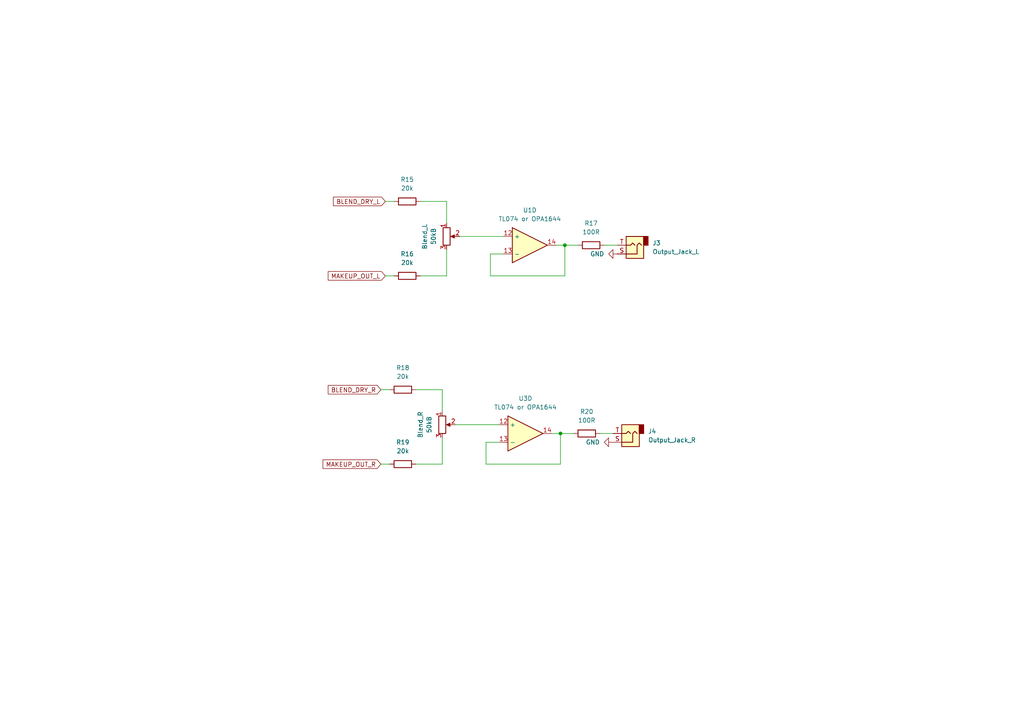
<source format=kicad_sch>
(kicad_sch (version 20250114) (generator "eeschema") (generator_version "9.0")
  (paper "A4")
  (lib_symbols
    (symbol "Connector_Audio:AudioJack2"
      (property "Reference" "J" (at 0 8.89 0))
      (property "Value" "AudioJack2" (at 0 6.35 0))
      (symbol "AudioJack2_0_1"
        (rectangle (start -3.81 0) (end -2.54 -2.54) (stroke (width 0.254)) (fill (type outline)))
        (rectangle (start -2.54 3.81) (end 2.54 -2.54) (stroke (width 0.254)) (fill (type background)))
        (polyline (pts (xy 0 0) (xy 0.635 -0.635) (xy 1.27 0) (xy 2.54 0)) (stroke (width 0.254)))
        (polyline (pts (xy 2.54 2.54) (xy -0.635 2.54) (xy -0.635 0) (xy -1.27 -0.635) (xy -1.905 0)) (stroke (width 0.254)))
      )
      (symbol "AudioJack2_1_1"
        (pin passive line (at 5.08 2.54 180) (length 2.54) (name "~") (number "S"))
        (pin passive line (at 5.08 0 180) (length 2.54) (name "~") (number "T"))
      )
    )
    (symbol "Device:Opamp_Quad"
      (property "Reference" "U" (at 0 5.08 0))
      (property "Value" "Opamp_Quad" (at 0 -5.08 0))
      (symbol "Opamp_Quad_1_1"
        (polyline (pts (xy -5.08 5.08) (xy 5.08 0) (xy -5.08 -5.08) (xy -5.08 5.08)) (stroke (width 0.254)) (fill (type background)))
        (pin input line (at -7.62 2.54 0) (length 2.54) (name "+") (number "3"))
        (pin input line (at -7.62 -2.54 0) (length 2.54) (name "-") (number "2"))
        (pin output line (at 7.62 0 180) (length 2.54) (name "~") (number "1"))
      )
      (symbol "Opamp_Quad_2_1"
        (polyline (pts (xy -5.08 5.08) (xy 5.08 0) (xy -5.08 -5.08) (xy -5.08 5.08)) (stroke (width 0.254)) (fill (type background)))
        (pin input line (at -7.62 2.54 0) (length 2.54) (name "+") (number "5"))
        (pin input line (at -7.62 -2.54 0) (length 2.54) (name "-") (number "6"))
        (pin output line (at 7.62 0 180) (length 2.54) (name "~") (number "7"))
      )
      (symbol "Opamp_Quad_3_1"
        (polyline (pts (xy -5.08 5.08) (xy 5.08 0) (xy -5.08 -5.08) (xy -5.08 5.08)) (stroke (width 0.254)) (fill (type background)))
        (pin input line (at -7.62 2.54 0) (length 2.54) (name "+") (number "10"))
        (pin input line (at -7.62 -2.54 0) (length 2.54) (name "-") (number "9"))
        (pin output line (at 7.62 0 180) (length 2.54) (name "~") (number "8"))
      )
      (symbol "Opamp_Quad_4_1"
        (polyline (pts (xy -5.08 5.08) (xy 5.08 0) (xy -5.08 -5.08) (xy -5.08 5.08)) (stroke (width 0.254)) (fill (type background)))
        (pin input line (at -7.62 2.54 0) (length 2.54) (name "+") (number "12"))
        (pin input line (at -7.62 -2.54 0) (length 2.54) (name "-") (number "13"))
        (pin output line (at 7.62 0 180) (length 2.54) (name "~") (number "14"))
      )
      (symbol "Opamp_Quad_5_1"
        (pin power_in line (at -2.54 7.62 270) (length 3.81) (name "V+") (number "4"))
        (pin power_in line (at -2.54 -7.62 90) (length 3.81) (name "V-") (number "11"))
      )
    )
    (symbol "Device:R" (pin_numbers (hide yes)) (pin_names (offset 0))
      (property "Reference" "R" (at 2.032 0 90))
      (property "Value" "R" (at 0 0 90))
      (symbol "R_0_1"
        (rectangle (start -1.016 -2.54) (end 1.016 2.54) (stroke (width 0.254)))
      )
      (symbol "R_1_1"
        (pin passive line (at 0 3.81 270) (length 1.27) (name "~") (number "1"))
        (pin passive line (at 0 -3.81 90) (length 1.27) (name "~") (number "2"))
      )
    )
    (symbol "Device:R_Potentiometer" (pin_names (offset 1.016) (hide yes))
      (property "Reference" "RV" (at -4.445 0 90))
      (property "Value" "R_Potentiometer" (at -2.54 0 90))
      (symbol "R_Potentiometer_0_1"
        (rectangle (start 1.016 2.54) (end -1.016 -2.54) (stroke (width 0.254)))
        (polyline (pts (xy 1.143 0) (xy 2.286 0.508) (xy 2.286 -0.508) (xy 1.143 0)) (fill (type outline)))
        (polyline (pts (xy 2.54 0) (xy 1.524 0)))
      )
      (symbol "R_Potentiometer_1_1"
        (pin passive line (at 0 3.81 270) (length 1.27) (name "1") (number "1"))
        (pin passive line (at 0 -3.81 90) (length 1.27) (name "3") (number "3"))
        (pin passive line (at 3.81 0 180) (length 1.27) (name "2") (number "2"))
      )
    )
    (symbol "power:GND" (power) (pin_numbers (hide yes)) (pin_names (offset 0) (hide yes))
      (property "Value" "GND" (at 0 -3.81 0))
      (symbol "GND_0_1"
        (polyline (pts (xy 0 0) (xy 0 -1.27) (xy 1.27 -1.27) (xy 0 -2.54) (xy -1.27 -1.27) (xy 0 -1.27)))
      )
      (symbol "GND_1_1"
        (pin power_in line (at 0 0 270) (length 0) (name "~") (number "1"))
      )
    )
  )
  (junction (at 162.56 125.73))
  (junction (at 163.83 71.12))
  (wire (pts (xy 111.76 58.42) (xy 114.3 58.42)))
  (wire (pts (xy 142.24 80.01) (xy 163.83 80.01)))
  (wire (pts (xy 120.65 134.62) (xy 128.27 134.62)))
  (wire (pts (xy 129.54 72.39) (xy 129.54 80.01)))
  (wire (pts (xy 140.97 134.62) (xy 162.56 134.62)))
  (wire (pts (xy 142.24 73.66) (xy 142.24 80.01)))
  (wire (pts (xy 175.26 71.12) (xy 179.07 71.12)))
  (wire (pts (xy 120.65 113.03) (xy 128.27 113.03)))
  (wire (pts (xy 121.92 80.01) (xy 129.54 80.01)))
  (wire (pts (xy 128.27 113.03) (xy 128.27 119.38)))
  (wire (pts (xy 121.92 58.42) (xy 129.54 58.42)))
  (wire (pts (xy 111.76 80.01) (xy 114.3 80.01)))
  (wire (pts (xy 173.99 125.73) (xy 177.8 125.73)))
  (wire (pts (xy 133.35 68.58) (xy 146.05 68.58)))
  (wire (pts (xy 163.83 71.12) (xy 167.64 71.12)))
  (wire (pts (xy 128.27 127) (xy 128.27 134.62)))
  (wire (pts (xy 110.49 134.62) (xy 113.03 134.62)))
  (wire (pts (xy 129.54 58.42) (xy 129.54 64.77)))
  (wire (pts (xy 132.08 123.19) (xy 144.78 123.19)))
  (wire (pts (xy 144.78 128.27) (xy 140.97 128.27)))
  (wire (pts (xy 162.56 134.62) (xy 162.56 125.73)))
  (wire (pts (xy 161.29 71.12) (xy 163.83 71.12)))
  (wire (pts (xy 146.05 73.66) (xy 142.24 73.66)))
  (wire (pts (xy 140.97 128.27) (xy 140.97 134.62)))
  (wire (pts (xy 163.83 80.01) (xy 163.83 71.12)))
  (wire (pts (xy 162.56 125.73) (xy 166.37 125.73)))
  (wire (pts (xy 160.02 125.73) (xy 162.56 125.73)))
  (wire (pts (xy 110.49 113.03) (xy 113.03 113.03)))
  (global_label "BLEND_DRY_L" (shape input) (at 111.76 58.42 180) (property "Intersheetrefs" "${INTERSHEET_REFS}" (effects (hide yes))))
  (global_label "BLEND_DRY_R" (shape input) (at 110.49 113.03 180) (property "Intersheetrefs" "${INTERSHEET_REFS}" (effects (hide yes))))
  (global_label "MAKEUP_OUT_R" (shape input) (at 110.49 134.62 180) (property "Intersheetrefs" "${INTERSHEET_REFS}" (effects (hide yes))))
  (global_label "MAKEUP_OUT_L" (shape input) (at 111.76 80.01 180) (property "Intersheetrefs" "${INTERSHEET_REFS}" (effects (hide yes))))
  (symbol (lib_id "Device:R") (at 116.84 134.62 90) (unit 1)
    (property "Reference" "R19" (at 116.84 128.27 90))
    (property "Value" "20k" (at 116.84 130.81 90))
    (property "Footprint" "Resistor_THT:R_Axial_DIN0207_L6.3mm_D2.5mm_P2.54mm_Vertical" (effects (hide yes)))
    (property "Description" "Resistor" (effects (hide yes)))
  )
  (symbol (lib_id "Device:R") (at 116.84 113.03 90) (unit 1)
    (property "Reference" "R18" (at 116.84 106.68 90))
    (property "Value" "20k" (at 116.84 109.22 90))
    (property "Footprint" "Resistor_THT:R_Axial_DIN0207_L6.3mm_D2.5mm_P2.54mm_Vertical" (effects (hide yes)))
    (property "Description" "Resistor" (effects (hide yes)))
  )
  (symbol (lib_id "Device:R_Potentiometer") (at 128.27 123.19 0) (unit 1)
    (property "Reference" "Blend_R" (at 121.92 123.19 90))
    (property "Value" "50kB" (at 124.46 123.19 90))
    (property "Footprint" "Connector_PinHeader_2.54mm:PinHeader_1x03_P2.54mm_Vertical" (effects (hide yes)))
    (property "Description" "Make Up Gain" (effects (hide yes)))
  )
  (symbol (lib_id "Device:R") (at 170.18 125.73 90) (unit 1)
    (property "Reference" "R20" (at 170.18 119.38 90))
    (property "Value" "100R" (at 170.18 121.92 90))
    (property "Footprint" "Resistor_THT:R_Axial_DIN0207_L6.3mm_D2.5mm_P2.54mm_Vertical" (effects (hide yes)))
    (property "Description" "Resistor" (effects (hide yes)))
  )
  (symbol (lib_id "Device:R") (at 118.11 58.42 90) (unit 1)
    (property "Reference" "R15" (at 118.11 52.07 90))
    (property "Value" "20k" (at 118.11 54.61 90))
    (property "Footprint" "Resistor_THT:R_Axial_DIN0207_L6.3mm_D2.5mm_P2.54mm_Vertical" (effects (hide yes)))
    (property "Description" "Resistor" (effects (hide yes)))
  )
  (symbol (lib_id "Connector_Audio:AudioJack2") (at 184.15 71.12 180) (unit 1)
    (property "Reference" "J3" (at 189.23 70.4849 0) (effects (justify right)))
    (property "Value" "Output_Jack_L" (at 189.23 73.0249 0) (effects (justify right)))
    (property "Footprint" "Connector_PinHeader_2.54mm:PinHeader_1x02_P2.54mm_Vertical" (effects (hide yes)))
    (property "Description" "Audio Jack, 2 Poles (Mono / TS)" (effects (hide yes)))
  )
  (symbol (lib_id "Device:Opamp_Quad") (at 152.4 125.73 0) (unit 4)
    (property "Reference" "U3" (at 152.4 115.57 0))
    (property "Value" "TL074 or OPA1644" (at 152.4 118.11 0))
    (property "Description" "Quad operational amplifier" (effects (hide yes)))
    (property "Sim.Library" "${KICAD9_SYMBOL_DIR}/Simulation_SPICE.sp" (effects (hide yes)))
    (property "Sim.Name" "kicad_builtin_opamp_quad" (effects (hide yes)))
    (property "Sim.Device" "SUBCKT" (effects (hide yes)))
    (property "Sim.Pins" "1=out1 2=in1- 3=in1+ 4=vcc 5=in2+ 6=in2- 7=out2 8=out3 9=in3- 10=in3+ 11=vee 12=in4+ 13=in4- 14=out4" (effects (hide yes)))
  )
  (symbol (lib_id "power:GND") (at 177.8 128.27 270) (unit 1)
    (property "Reference" "#PWR019" (effects (hide yes)))
    (property "Value" "GND" (at 173.99 128.2699 90) (effects (justify right)))
    (property "Description" "Power symbol creates a global label with name \"GND\" , ground" (effects (hide yes)))
  )
  (symbol (lib_id "Device:R") (at 118.11 80.01 90) (unit 1)
    (property "Reference" "R16" (at 118.11 73.66 90))
    (property "Value" "20k" (at 118.11 76.2 90))
    (property "Footprint" "Resistor_THT:R_Axial_DIN0207_L6.3mm_D2.5mm_P2.54mm_Vertical" (effects (hide yes)))
    (property "Description" "Resistor" (effects (hide yes)))
  )
  (symbol (lib_id "Device:Opamp_Quad") (at 153.67 71.12 0) (unit 4)
    (property "Reference" "U1" (at 153.67 60.96 0))
    (property "Value" "TL074 or OPA1644" (at 153.67 63.5 0))
    (property "Footprint" "Package_DIP:DIP-14_W7.62mm_Socket" (effects (hide yes)))
    (property "Description" "Quad operational amplifier" (effects (hide yes)))
    (property "Sim.Library" "${KICAD9_SYMBOL_DIR}/Simulation_SPICE.sp" (effects (hide yes)))
    (property "Sim.Name" "kicad_builtin_opamp_quad" (effects (hide yes)))
    (property "Sim.Device" "SUBCKT" (effects (hide yes)))
    (property "Sim.Pins" "1=out1 2=in1- 3=in1+ 4=vcc 5=in2+ 6=in2- 7=out2 8=out3 9=in3- 10=in3+ 11=vee 12=in4+ 13=in4- 14=out4" (effects (hide yes)))
  )
  (symbol (lib_id "power:GND") (at 179.07 73.66 270) (unit 1)
    (property "Reference" "#PWR018" (effects (hide yes)))
    (property "Value" "GND" (at 175.26 73.6599 90) (effects (justify right)))
    (property "Description" "Power symbol creates a global label with name \"GND\" , ground" (effects (hide yes)))
  )
  (symbol (lib_id "Device:R") (at 171.45 71.12 90) (unit 1)
    (property "Reference" "R17" (at 171.45 64.77 90))
    (property "Value" "100R" (at 171.45 67.31 90))
    (property "Footprint" "Resistor_THT:R_Axial_DIN0207_L6.3mm_D2.5mm_P2.54mm_Vertical" (effects (hide yes)))
    (property "Description" "Resistor" (effects (hide yes)))
  )
  (symbol (lib_id "Device:R_Potentiometer") (at 129.54 68.58 0) (unit 1)
    (property "Reference" "Blend_L" (at 123.19 68.58 90))
    (property "Value" "50kB" (at 125.73 68.58 90))
    (property "Footprint" "Connector_PinHeader_2.54mm:PinHeader_1x03_P2.54mm_Vertical" (effects (hide yes)))
    (property "Description" "Make Up Gain" (effects (hide yes)))
  )
  (symbol (lib_id "Connector_Audio:AudioJack2") (at 182.88 125.73 180) (unit 1)
    (property "Reference" "J4" (at 187.96 125.0949 0) (effects (justify right)))
    (property "Value" "Output_Jack_R" (at 187.96 127.6349 0) (effects (justify right)))
    (property "Footprint" "Connector_PinHeader_2.54mm:PinHeader_1x02_P2.54mm_Vertical" (effects (hide yes)))
    (property "Description" "Audio Jack, 2 Poles (Mono / TS)" (effects (hide yes)))
  )
)
</source>
